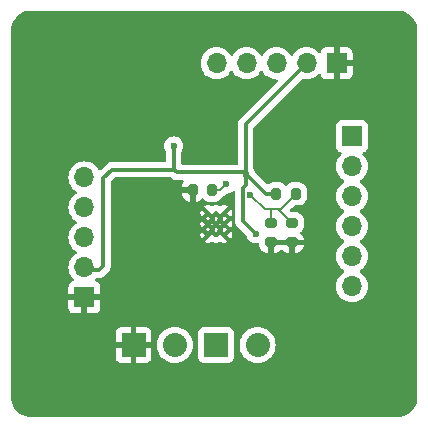
<source format=gbr>
%TF.GenerationSoftware,KiCad,Pcbnew,8.0.6-8.0.6-0~ubuntu24.04.1*%
%TF.CreationDate,2025-01-16T22:58:47-08:00*%
%TF.ProjectId,reaction_wheel,72656163-7469-46f6-9e5f-776865656c2e,v1a*%
%TF.SameCoordinates,Original*%
%TF.FileFunction,Copper,L2,Bot*%
%TF.FilePolarity,Positive*%
%FSLAX46Y46*%
G04 Gerber Fmt 4.6, Leading zero omitted, Abs format (unit mm)*
G04 Created by KiCad (PCBNEW 8.0.6-8.0.6-0~ubuntu24.04.1) date 2025-01-16 22:58:47*
%MOMM*%
%LPD*%
G01*
G04 APERTURE LIST*
G04 Aperture macros list*
%AMRoundRect*
0 Rectangle with rounded corners*
0 $1 Rounding radius*
0 $2 $3 $4 $5 $6 $7 $8 $9 X,Y pos of 4 corners*
0 Add a 4 corners polygon primitive as box body*
4,1,4,$2,$3,$4,$5,$6,$7,$8,$9,$2,$3,0*
0 Add four circle primitives for the rounded corners*
1,1,$1+$1,$2,$3*
1,1,$1+$1,$4,$5*
1,1,$1+$1,$6,$7*
1,1,$1+$1,$8,$9*
0 Add four rect primitives between the rounded corners*
20,1,$1+$1,$2,$3,$4,$5,0*
20,1,$1+$1,$4,$5,$6,$7,0*
20,1,$1+$1,$6,$7,$8,$9,0*
20,1,$1+$1,$8,$9,$2,$3,0*%
G04 Aperture macros list end*
%TA.AperFunction,ComponentPad*%
%ADD10R,1.700000X1.700000*%
%TD*%
%TA.AperFunction,ComponentPad*%
%ADD11O,1.700000X1.700000*%
%TD*%
%TA.AperFunction,HeatsinkPad*%
%ADD12C,0.337500*%
%TD*%
%TA.AperFunction,ComponentPad*%
%ADD13R,2.032000X2.032000*%
%TD*%
%TA.AperFunction,ComponentPad*%
%ADD14C,2.032000*%
%TD*%
%TA.AperFunction,SMDPad,CuDef*%
%ADD15RoundRect,0.200000X0.275000X-0.200000X0.275000X0.200000X-0.275000X0.200000X-0.275000X-0.200000X0*%
%TD*%
%TA.AperFunction,SMDPad,CuDef*%
%ADD16RoundRect,0.200000X0.200000X0.275000X-0.200000X0.275000X-0.200000X-0.275000X0.200000X-0.275000X0*%
%TD*%
%TA.AperFunction,ViaPad*%
%ADD17C,0.600000*%
%TD*%
%TA.AperFunction,Conductor*%
%ADD18C,0.300000*%
%TD*%
%TA.AperFunction,Conductor*%
%ADD19C,0.200000*%
%TD*%
%TA.AperFunction,Conductor*%
%ADD20C,0.160000*%
%TD*%
G04 APERTURE END LIST*
D10*
%TO.P,J1,1,Pin_1*%
%TO.N,/PWM_L_C*%
X149162500Y-70942500D03*
D11*
%TO.P,J1,2,Pin_2*%
%TO.N,/PWM_H_C*%
X149162500Y-73482500D03*
%TO.P,J1,3,Pin_3*%
%TO.N,/PWM_L_B*%
X149162500Y-76022500D03*
%TO.P,J1,4,Pin_4*%
%TO.N,/PWM_H_B*%
X149162500Y-78562500D03*
%TO.P,J1,5,Pin_5*%
%TO.N,/PWM_L_A*%
X149162500Y-81102500D03*
%TO.P,J1,6,Pin_6*%
%TO.N,/PWM_H_A*%
X149162500Y-83642500D03*
%TD*%
D12*
%TO.P,U1,37,EPAD*%
%TO.N,GND*%
X136987500Y-77437500D03*
X136987500Y-78362500D03*
X136987500Y-79287500D03*
X137662500Y-77437500D03*
X137662500Y-78362500D03*
X137662500Y-79287500D03*
X138337500Y-77437500D03*
X138337500Y-78362500D03*
X138337500Y-79287500D03*
%TD*%
D10*
%TO.P,J4,1,Pin_1*%
%TO.N,GND*%
X126500000Y-84580000D03*
D11*
%TO.P,J4,2,Pin_2*%
%TO.N,+3.3V*%
X126500000Y-82040000D03*
%TO.P,J4,3,Pin_3*%
%TO.N,+12V*%
X126500000Y-79500000D03*
%TO.P,J4,4,Pin_4*%
%TO.N,/sleep*%
X126500000Y-76960000D03*
%TO.P,J4,5,Pin_5*%
%TO.N,/fault*%
X126500000Y-74420000D03*
%TD*%
D10*
%TO.P,J2,1,Pin_1*%
%TO.N,GND*%
X147852500Y-64762500D03*
D11*
%TO.P,J2,2,Pin_2*%
%TO.N,+3.3V*%
X145312500Y-64762500D03*
%TO.P,J2,3,Pin_3*%
%TO.N,/ADC_C*%
X142772500Y-64762500D03*
%TO.P,J2,4,Pin_4*%
%TO.N,/ADC_B*%
X140232500Y-64762500D03*
%TO.P,J2,5,Pin_5*%
%TO.N,/ADC_A*%
X137692500Y-64762500D03*
%TD*%
D13*
%TO.P,J3,1,Pin_1*%
%TO.N,/OUT_B*%
X137662500Y-88612500D03*
D14*
%TO.P,J3,2,Pin_2*%
%TO.N,/OUT_C*%
X141162500Y-88612500D03*
%TD*%
D13*
%TO.P,J5,1,Pin_1*%
%TO.N,GND*%
X130662500Y-88612500D03*
D14*
%TO.P,J5,2,Pin_2*%
%TO.N,/OUT_A*%
X134162500Y-88612500D03*
%TD*%
D15*
%TO.P,R8,1*%
%TO.N,GND*%
X144087500Y-79937500D03*
%TO.P,R8,2*%
%TO.N,Net-(U1-GAIN)*%
X144087500Y-78287500D03*
%TD*%
%TO.P,R7,1*%
%TO.N,GND*%
X142287500Y-79937500D03*
%TO.P,R7,2*%
%TO.N,Net-(U1-GAIN)*%
X142287500Y-78287500D03*
%TD*%
D16*
%TO.P,R3,1*%
%TO.N,Net-(U1-GAIN)*%
X144412500Y-75812500D03*
%TO.P,R3,2*%
%TO.N,+3.3V*%
X142762500Y-75812500D03*
%TD*%
%TO.P,R6,1*%
%TO.N,Net-(U1-MODE)*%
X137325000Y-75500000D03*
%TO.P,R6,2*%
%TO.N,GND*%
X135675000Y-75500000D03*
%TD*%
D17*
%TO.N,GND*%
X136700000Y-73000000D03*
X133825000Y-81125000D03*
X134100000Y-67700000D03*
X135675000Y-83975000D03*
X131312500Y-75862500D03*
X141325000Y-82875000D03*
X132500000Y-69000000D03*
X143200000Y-81250000D03*
X147762500Y-66462500D03*
X129962500Y-75862500D03*
X145200000Y-72125000D03*
X137950000Y-71750000D03*
X144162500Y-74562500D03*
X138325000Y-83125000D03*
X129962500Y-82862500D03*
X131662500Y-82862500D03*
X136662501Y-82262500D03*
X149762500Y-64812500D03*
X141065000Y-72135000D03*
%TO.N,+3.3V*%
X141012500Y-79212500D03*
X140162500Y-74122500D03*
X134062500Y-71762500D03*
%TO.N,Net-(U1-GAIN)*%
X140562500Y-75911400D03*
%TO.N,Net-(U1-MODE)*%
X138500000Y-75000000D03*
%TD*%
D18*
%TO.N,+3.3V*%
X127812500Y-82212500D02*
X128075000Y-81950000D01*
X128075000Y-81950000D02*
X128075000Y-74500000D01*
X139912500Y-75337500D02*
X139912500Y-78112500D01*
X139912500Y-78112500D02*
X141012500Y-79212500D01*
X141852500Y-75812500D02*
X142762500Y-75812500D01*
X128075000Y-74500000D02*
X128812500Y-73762500D01*
X140162500Y-74122500D02*
X140162500Y-69912500D01*
X140162500Y-69912500D02*
X145312500Y-64762500D01*
X140162500Y-74122500D02*
X141852500Y-75812500D01*
X134300000Y-74000000D02*
X134062500Y-73762500D01*
X134062500Y-71762500D02*
X134062500Y-73762500D01*
X140162500Y-75087500D02*
X139912500Y-75337500D01*
X140162500Y-74122500D02*
X140040000Y-74000000D01*
X140162500Y-74122500D02*
X140162500Y-75087500D01*
X127742500Y-82282500D02*
X126662500Y-82282500D01*
X128812500Y-73762500D02*
X134062500Y-73762500D01*
D19*
X127742500Y-82282500D02*
X127812500Y-82212500D01*
D18*
X140040000Y-74000000D02*
X134300000Y-74000000D01*
D19*
%TO.N,Net-(U1-GAIN)*%
X144412500Y-75812500D02*
X143112500Y-77112500D01*
X142287500Y-77112500D02*
X142912500Y-77112500D01*
X141763600Y-77112500D02*
X140562500Y-75911400D01*
X143112500Y-77112500D02*
X142912500Y-77112500D01*
X142287500Y-77112500D02*
X141763600Y-77112500D01*
X142287500Y-77112500D02*
X142287500Y-78287500D01*
X142912500Y-77112500D02*
X144087500Y-78287500D01*
D20*
%TO.N,Net-(U1-MODE)*%
X137325000Y-75500000D02*
X138000000Y-75500000D01*
X138000000Y-75500000D02*
X138500000Y-75000000D01*
%TD*%
%TA.AperFunction,Conductor*%
%TO.N,GND*%
G36*
X153004418Y-60300816D02*
G01*
X153233020Y-60317165D01*
X153250529Y-60319683D01*
X153470144Y-60367458D01*
X153487103Y-60372437D01*
X153697694Y-60450983D01*
X153713777Y-60458327D01*
X153911036Y-60566040D01*
X153925919Y-60575605D01*
X154105836Y-60710289D01*
X154119207Y-60721875D01*
X154278124Y-60880792D01*
X154289710Y-60894163D01*
X154424394Y-61074080D01*
X154433959Y-61088963D01*
X154541669Y-61286217D01*
X154549019Y-61302311D01*
X154627559Y-61512887D01*
X154632543Y-61529862D01*
X154680316Y-61749470D01*
X154682834Y-61766982D01*
X154699184Y-61995581D01*
X154699500Y-62004427D01*
X154699500Y-92995572D01*
X154699184Y-93004418D01*
X154682834Y-93233017D01*
X154680316Y-93250529D01*
X154632543Y-93470137D01*
X154627559Y-93487112D01*
X154549019Y-93697688D01*
X154541669Y-93713782D01*
X154433959Y-93911036D01*
X154424394Y-93925919D01*
X154289710Y-94105836D01*
X154278124Y-94119207D01*
X154119207Y-94278124D01*
X154105836Y-94289710D01*
X153925919Y-94424394D01*
X153911036Y-94433959D01*
X153713782Y-94541669D01*
X153697688Y-94549019D01*
X153487112Y-94627559D01*
X153470137Y-94632543D01*
X153250529Y-94680316D01*
X153233017Y-94682834D01*
X153004418Y-94699184D01*
X152995572Y-94699500D01*
X122004428Y-94699500D01*
X121995582Y-94699184D01*
X121766982Y-94682834D01*
X121749470Y-94680316D01*
X121529862Y-94632543D01*
X121512887Y-94627559D01*
X121302311Y-94549019D01*
X121286217Y-94541669D01*
X121088963Y-94433959D01*
X121074080Y-94424394D01*
X120894163Y-94289710D01*
X120880792Y-94278124D01*
X120721875Y-94119207D01*
X120710289Y-94105836D01*
X120575605Y-93925919D01*
X120566040Y-93911036D01*
X120458330Y-93713782D01*
X120450983Y-93697694D01*
X120372437Y-93487103D01*
X120367458Y-93470144D01*
X120319683Y-93250529D01*
X120317165Y-93233017D01*
X120300816Y-93004418D01*
X120300500Y-92995572D01*
X120300500Y-87548655D01*
X129146500Y-87548655D01*
X129146500Y-88362500D01*
X130114018Y-88362500D01*
X130103389Y-88380909D01*
X130062500Y-88533509D01*
X130062500Y-88691491D01*
X130103389Y-88844091D01*
X130114018Y-88862500D01*
X129146500Y-88862500D01*
X129146500Y-89676344D01*
X129152901Y-89735872D01*
X129152903Y-89735879D01*
X129203145Y-89870586D01*
X129203149Y-89870593D01*
X129289309Y-89985687D01*
X129289312Y-89985690D01*
X129404406Y-90071850D01*
X129404413Y-90071854D01*
X129539120Y-90122096D01*
X129539127Y-90122098D01*
X129598655Y-90128499D01*
X129598672Y-90128500D01*
X130412500Y-90128500D01*
X130412500Y-89160982D01*
X130430909Y-89171611D01*
X130583509Y-89212500D01*
X130741491Y-89212500D01*
X130894091Y-89171611D01*
X130912500Y-89160982D01*
X130912500Y-90128500D01*
X131726328Y-90128500D01*
X131726344Y-90128499D01*
X131785872Y-90122098D01*
X131785879Y-90122096D01*
X131920586Y-90071854D01*
X131920593Y-90071850D01*
X132035687Y-89985690D01*
X132035690Y-89985687D01*
X132121850Y-89870593D01*
X132121854Y-89870586D01*
X132172096Y-89735879D01*
X132172098Y-89735872D01*
X132178499Y-89676344D01*
X132178500Y-89676327D01*
X132178500Y-88862500D01*
X131210982Y-88862500D01*
X131221611Y-88844091D01*
X131262500Y-88691491D01*
X131262500Y-88612500D01*
X132641311Y-88612500D01*
X132660038Y-88850463D01*
X132715761Y-89082568D01*
X132807108Y-89303100D01*
X132807110Y-89303104D01*
X132807111Y-89303105D01*
X132931832Y-89506632D01*
X133086857Y-89688143D01*
X133268368Y-89843168D01*
X133471895Y-89967889D01*
X133471897Y-89967889D01*
X133471899Y-89967891D01*
X133515732Y-89986047D01*
X133692427Y-90059237D01*
X133924534Y-90114961D01*
X134162500Y-90133689D01*
X134400466Y-90114961D01*
X134632573Y-90059237D01*
X134853105Y-89967889D01*
X135056632Y-89843168D01*
X135238143Y-89688143D01*
X135393168Y-89506632D01*
X135517889Y-89303105D01*
X135609237Y-89082573D01*
X135664961Y-88850466D01*
X135683689Y-88612500D01*
X135664961Y-88374534D01*
X135609237Y-88142427D01*
X135517889Y-87921895D01*
X135393168Y-87718368D01*
X135248202Y-87548635D01*
X136146000Y-87548635D01*
X136146000Y-89676370D01*
X136146001Y-89676376D01*
X136152408Y-89735983D01*
X136202702Y-89870828D01*
X136202706Y-89870835D01*
X136288952Y-89986044D01*
X136288955Y-89986047D01*
X136404164Y-90072293D01*
X136404171Y-90072297D01*
X136539017Y-90122591D01*
X136539016Y-90122591D01*
X136545944Y-90123335D01*
X136598627Y-90129000D01*
X138726372Y-90128999D01*
X138785983Y-90122591D01*
X138920831Y-90072296D01*
X139036046Y-89986046D01*
X139122296Y-89870831D01*
X139172591Y-89735983D01*
X139179000Y-89676373D01*
X139178999Y-88612500D01*
X139641311Y-88612500D01*
X139660038Y-88850463D01*
X139715761Y-89082568D01*
X139807108Y-89303100D01*
X139807110Y-89303104D01*
X139807111Y-89303105D01*
X139931832Y-89506632D01*
X140086857Y-89688143D01*
X140268368Y-89843168D01*
X140471895Y-89967889D01*
X140471897Y-89967889D01*
X140471899Y-89967891D01*
X140515732Y-89986047D01*
X140692427Y-90059237D01*
X140924534Y-90114961D01*
X141162500Y-90133689D01*
X141400466Y-90114961D01*
X141632573Y-90059237D01*
X141853105Y-89967889D01*
X142056632Y-89843168D01*
X142238143Y-89688143D01*
X142393168Y-89506632D01*
X142517889Y-89303105D01*
X142609237Y-89082573D01*
X142664961Y-88850466D01*
X142683689Y-88612500D01*
X142664961Y-88374534D01*
X142609237Y-88142427D01*
X142517889Y-87921895D01*
X142393168Y-87718368D01*
X142238143Y-87536857D01*
X142056632Y-87381832D01*
X141853105Y-87257111D01*
X141853104Y-87257110D01*
X141853100Y-87257108D01*
X141632568Y-87165761D01*
X141400462Y-87110038D01*
X141400463Y-87110038D01*
X141162500Y-87091311D01*
X140924536Y-87110038D01*
X140692431Y-87165761D01*
X140471899Y-87257108D01*
X140268367Y-87381832D01*
X140086857Y-87536857D01*
X139931832Y-87718367D01*
X139807108Y-87921899D01*
X139715761Y-88142431D01*
X139660038Y-88374536D01*
X139641311Y-88612500D01*
X139178999Y-88612500D01*
X139178999Y-87548628D01*
X139172591Y-87489017D01*
X139122384Y-87354406D01*
X139122297Y-87354171D01*
X139122293Y-87354164D01*
X139036047Y-87238955D01*
X139036044Y-87238952D01*
X138920835Y-87152706D01*
X138920828Y-87152702D01*
X138785982Y-87102408D01*
X138785983Y-87102408D01*
X138726383Y-87096001D01*
X138726381Y-87096000D01*
X138726373Y-87096000D01*
X138726364Y-87096000D01*
X136598629Y-87096000D01*
X136598623Y-87096001D01*
X136539016Y-87102408D01*
X136404171Y-87152702D01*
X136404164Y-87152706D01*
X136288955Y-87238952D01*
X136288952Y-87238955D01*
X136202706Y-87354164D01*
X136202702Y-87354171D01*
X136152408Y-87489017D01*
X136147265Y-87536857D01*
X136146001Y-87548623D01*
X136146000Y-87548635D01*
X135248202Y-87548635D01*
X135238143Y-87536857D01*
X135056632Y-87381832D01*
X134853105Y-87257111D01*
X134853104Y-87257110D01*
X134853100Y-87257108D01*
X134632568Y-87165761D01*
X134400462Y-87110038D01*
X134400463Y-87110038D01*
X134162500Y-87091311D01*
X133924536Y-87110038D01*
X133692431Y-87165761D01*
X133471899Y-87257108D01*
X133268367Y-87381832D01*
X133086857Y-87536857D01*
X132931832Y-87718367D01*
X132807108Y-87921899D01*
X132715761Y-88142431D01*
X132660038Y-88374536D01*
X132641311Y-88612500D01*
X131262500Y-88612500D01*
X131262500Y-88533509D01*
X131221611Y-88380909D01*
X131210982Y-88362500D01*
X132178500Y-88362500D01*
X132178500Y-87548672D01*
X132178499Y-87548655D01*
X132172098Y-87489127D01*
X132172096Y-87489120D01*
X132121854Y-87354413D01*
X132121850Y-87354406D01*
X132035690Y-87239312D01*
X132035687Y-87239309D01*
X131920593Y-87153149D01*
X131920586Y-87153145D01*
X131785879Y-87102903D01*
X131785872Y-87102901D01*
X131726344Y-87096500D01*
X130912500Y-87096500D01*
X130912500Y-88064017D01*
X130894091Y-88053389D01*
X130741491Y-88012500D01*
X130583509Y-88012500D01*
X130430909Y-88053389D01*
X130412500Y-88064017D01*
X130412500Y-87096500D01*
X129598655Y-87096500D01*
X129539127Y-87102901D01*
X129539120Y-87102903D01*
X129404413Y-87153145D01*
X129404406Y-87153149D01*
X129289312Y-87239309D01*
X129289309Y-87239312D01*
X129203149Y-87354406D01*
X129203145Y-87354413D01*
X129152903Y-87489120D01*
X129152901Y-87489127D01*
X129146500Y-87548655D01*
X120300500Y-87548655D01*
X120300500Y-74419999D01*
X125144341Y-74419999D01*
X125144341Y-74420000D01*
X125164936Y-74655403D01*
X125164938Y-74655413D01*
X125226094Y-74883655D01*
X125226096Y-74883659D01*
X125226097Y-74883663D01*
X125272888Y-74984006D01*
X125325965Y-75097830D01*
X125325967Y-75097834D01*
X125461501Y-75291395D01*
X125461506Y-75291402D01*
X125628597Y-75458493D01*
X125628603Y-75458498D01*
X125814158Y-75588425D01*
X125857783Y-75643002D01*
X125864977Y-75712500D01*
X125833454Y-75774855D01*
X125814158Y-75791575D01*
X125628597Y-75921505D01*
X125461505Y-76088597D01*
X125325965Y-76282169D01*
X125325964Y-76282171D01*
X125226098Y-76496335D01*
X125226094Y-76496344D01*
X125164938Y-76724586D01*
X125164936Y-76724596D01*
X125144341Y-76959999D01*
X125144341Y-76960000D01*
X125164936Y-77195403D01*
X125164938Y-77195413D01*
X125226094Y-77423655D01*
X125226096Y-77423659D01*
X125226097Y-77423663D01*
X125301514Y-77585395D01*
X125325965Y-77637830D01*
X125325967Y-77637834D01*
X125423455Y-77777060D01*
X125451110Y-77816556D01*
X125461501Y-77831395D01*
X125461506Y-77831402D01*
X125628597Y-77998493D01*
X125628603Y-77998498D01*
X125814158Y-78128425D01*
X125857783Y-78183002D01*
X125864977Y-78252500D01*
X125833454Y-78314855D01*
X125814158Y-78331575D01*
X125628597Y-78461505D01*
X125461505Y-78628597D01*
X125325965Y-78822169D01*
X125325964Y-78822171D01*
X125226098Y-79036335D01*
X125226094Y-79036344D01*
X125164938Y-79264586D01*
X125164936Y-79264596D01*
X125144341Y-79499999D01*
X125144341Y-79500000D01*
X125164936Y-79735403D01*
X125164938Y-79735413D01*
X125226094Y-79963655D01*
X125226096Y-79963659D01*
X125226097Y-79963663D01*
X125272888Y-80064006D01*
X125325965Y-80177830D01*
X125325967Y-80177834D01*
X125461501Y-80371395D01*
X125461506Y-80371402D01*
X125628597Y-80538493D01*
X125628603Y-80538498D01*
X125814158Y-80668425D01*
X125857783Y-80723002D01*
X125864977Y-80792500D01*
X125833454Y-80854855D01*
X125814158Y-80871575D01*
X125628597Y-81001505D01*
X125461505Y-81168597D01*
X125325965Y-81362169D01*
X125325964Y-81362171D01*
X125226098Y-81576335D01*
X125226094Y-81576344D01*
X125164938Y-81804586D01*
X125164936Y-81804596D01*
X125144341Y-82039999D01*
X125144341Y-82040000D01*
X125164936Y-82275403D01*
X125164938Y-82275413D01*
X125226094Y-82503655D01*
X125226096Y-82503659D01*
X125226097Y-82503663D01*
X125272888Y-82604006D01*
X125325965Y-82717830D01*
X125325967Y-82717834D01*
X125461501Y-82911395D01*
X125461506Y-82911402D01*
X125583818Y-83033714D01*
X125617303Y-83095037D01*
X125612319Y-83164729D01*
X125570447Y-83220662D01*
X125539471Y-83237577D01*
X125407912Y-83286646D01*
X125407906Y-83286649D01*
X125292812Y-83372809D01*
X125292809Y-83372812D01*
X125206649Y-83487906D01*
X125206645Y-83487913D01*
X125156403Y-83622620D01*
X125156401Y-83622627D01*
X125150000Y-83682155D01*
X125150000Y-84330000D01*
X126066988Y-84330000D01*
X126034075Y-84387007D01*
X126000000Y-84514174D01*
X126000000Y-84645826D01*
X126034075Y-84772993D01*
X126066988Y-84830000D01*
X125150000Y-84830000D01*
X125150000Y-85477844D01*
X125156401Y-85537372D01*
X125156403Y-85537379D01*
X125206645Y-85672086D01*
X125206649Y-85672093D01*
X125292809Y-85787187D01*
X125292812Y-85787190D01*
X125407906Y-85873350D01*
X125407913Y-85873354D01*
X125542620Y-85923596D01*
X125542627Y-85923598D01*
X125602155Y-85929999D01*
X125602172Y-85930000D01*
X126250000Y-85930000D01*
X126250000Y-85013012D01*
X126307007Y-85045925D01*
X126434174Y-85080000D01*
X126565826Y-85080000D01*
X126692993Y-85045925D01*
X126750000Y-85013012D01*
X126750000Y-85930000D01*
X127397828Y-85930000D01*
X127397844Y-85929999D01*
X127457372Y-85923598D01*
X127457379Y-85923596D01*
X127592086Y-85873354D01*
X127592093Y-85873350D01*
X127707187Y-85787190D01*
X127707190Y-85787187D01*
X127793350Y-85672093D01*
X127793354Y-85672086D01*
X127843596Y-85537379D01*
X127843598Y-85537372D01*
X127849999Y-85477844D01*
X127850000Y-85477827D01*
X127850000Y-84830000D01*
X126933012Y-84830000D01*
X126965925Y-84772993D01*
X127000000Y-84645826D01*
X127000000Y-84514174D01*
X126965925Y-84387007D01*
X126933012Y-84330000D01*
X127850000Y-84330000D01*
X127850000Y-83682172D01*
X127849999Y-83682155D01*
X127843598Y-83622627D01*
X127843596Y-83622620D01*
X127793354Y-83487913D01*
X127793350Y-83487906D01*
X127707190Y-83372812D01*
X127707187Y-83372809D01*
X127592093Y-83286649D01*
X127592088Y-83286646D01*
X127460528Y-83237577D01*
X127404595Y-83195705D01*
X127380178Y-83130241D01*
X127395030Y-83061968D01*
X127416175Y-83033720D01*
X127480579Y-82969316D01*
X127541901Y-82935834D01*
X127568258Y-82933000D01*
X127806571Y-82933000D01*
X127915146Y-82911402D01*
X127932244Y-82908001D01*
X128050627Y-82858965D01*
X128157169Y-82787776D01*
X128220101Y-82724842D01*
X128220106Y-82724839D01*
X128227167Y-82717777D01*
X128227169Y-82717777D01*
X128580277Y-82364669D01*
X128651465Y-82258127D01*
X128700501Y-82139744D01*
X128707810Y-82103000D01*
X128725500Y-82014069D01*
X128725500Y-79864945D01*
X136648701Y-79864945D01*
X136748617Y-79917385D01*
X136906299Y-79956250D01*
X137068701Y-79956250D01*
X137226381Y-79917385D01*
X137267373Y-79895871D01*
X137335881Y-79882145D01*
X137382627Y-79895871D01*
X137423618Y-79917385D01*
X137581299Y-79956250D01*
X137743701Y-79956250D01*
X137901381Y-79917385D01*
X137942373Y-79895871D01*
X138010881Y-79882145D01*
X138057627Y-79895871D01*
X138098618Y-79917385D01*
X138256299Y-79956250D01*
X138418701Y-79956250D01*
X138576385Y-79917384D01*
X138676297Y-79864946D01*
X138676297Y-79864945D01*
X138337500Y-79526149D01*
X138082068Y-79270717D01*
X138253125Y-79270717D01*
X138253125Y-79304283D01*
X138265970Y-79335295D01*
X138289705Y-79359030D01*
X138320717Y-79371875D01*
X138354283Y-79371875D01*
X138385295Y-79359030D01*
X138409030Y-79335295D01*
X138421875Y-79304283D01*
X138421875Y-79287499D01*
X138576149Y-79287499D01*
X138576149Y-79287501D01*
X138915708Y-79627060D01*
X138933999Y-79600563D01*
X138991586Y-79448718D01*
X139011161Y-79287500D01*
X138991587Y-79126282D01*
X138933997Y-78974432D01*
X138915709Y-78947939D01*
X138576149Y-79287499D01*
X138421875Y-79287499D01*
X138421875Y-79270717D01*
X138409030Y-79239705D01*
X138385295Y-79215970D01*
X138354283Y-79203125D01*
X138320717Y-79203125D01*
X138289705Y-79215970D01*
X138265970Y-79239705D01*
X138253125Y-79270717D01*
X138082068Y-79270717D01*
X138000000Y-79188649D01*
X137750181Y-79438468D01*
X137688858Y-79471953D01*
X137619166Y-79466969D01*
X137574819Y-79438468D01*
X137407068Y-79270717D01*
X137578125Y-79270717D01*
X137578125Y-79304283D01*
X137590970Y-79335295D01*
X137614705Y-79359030D01*
X137645717Y-79371875D01*
X137679283Y-79371875D01*
X137710295Y-79359030D01*
X137734030Y-79335295D01*
X137746875Y-79304283D01*
X137746875Y-79270717D01*
X137734030Y-79239705D01*
X137710295Y-79215970D01*
X137679283Y-79203125D01*
X137645717Y-79203125D01*
X137614705Y-79215970D01*
X137590970Y-79239705D01*
X137578125Y-79270717D01*
X137407068Y-79270717D01*
X137325000Y-79188649D01*
X136987500Y-79526149D01*
X136648701Y-79864945D01*
X128725500Y-79864945D01*
X128725500Y-79287500D01*
X136313838Y-79287500D01*
X136333412Y-79448717D01*
X136391002Y-79600565D01*
X136391003Y-79600567D01*
X136409290Y-79627060D01*
X136748851Y-79287500D01*
X136732068Y-79270717D01*
X136903125Y-79270717D01*
X136903125Y-79304283D01*
X136915970Y-79335295D01*
X136939705Y-79359030D01*
X136970717Y-79371875D01*
X137004283Y-79371875D01*
X137035295Y-79359030D01*
X137059030Y-79335295D01*
X137071875Y-79304283D01*
X137071875Y-79270717D01*
X137059030Y-79239705D01*
X137035295Y-79215970D01*
X137004283Y-79203125D01*
X136970717Y-79203125D01*
X136939705Y-79215970D01*
X136915970Y-79239705D01*
X136903125Y-79270717D01*
X136732068Y-79270717D01*
X136409289Y-78947938D01*
X136391003Y-78974431D01*
X136333412Y-79126282D01*
X136313838Y-79287500D01*
X128725500Y-79287500D01*
X128725500Y-78825000D01*
X136763649Y-78825000D01*
X136987500Y-79048851D01*
X137086351Y-78950000D01*
X137086351Y-78908444D01*
X137106036Y-78841405D01*
X137118433Y-78826020D01*
X137118433Y-78823978D01*
X137531566Y-78823978D01*
X137531566Y-78828521D01*
X137560815Y-78882085D01*
X137563649Y-78908445D01*
X137563649Y-78950000D01*
X137662500Y-79048851D01*
X137761351Y-78950000D01*
X137761351Y-78908444D01*
X137781036Y-78841405D01*
X137793433Y-78826020D01*
X137793433Y-78823978D01*
X138206566Y-78823978D01*
X138206566Y-78828521D01*
X138235815Y-78882085D01*
X138238649Y-78908445D01*
X138238649Y-78950000D01*
X138337500Y-79048851D01*
X138561351Y-78825000D01*
X138337500Y-78601149D01*
X138238649Y-78700000D01*
X138238649Y-78741554D01*
X138218964Y-78808593D01*
X138206566Y-78823978D01*
X137793433Y-78823978D01*
X137793433Y-78821477D01*
X137764185Y-78767914D01*
X137761351Y-78741556D01*
X137761351Y-78700000D01*
X137662500Y-78601149D01*
X137563649Y-78700000D01*
X137563649Y-78741554D01*
X137543964Y-78808593D01*
X137531566Y-78823978D01*
X137118433Y-78823978D01*
X137118433Y-78821477D01*
X137089185Y-78767914D01*
X137086351Y-78741556D01*
X137086351Y-78700000D01*
X136987500Y-78601149D01*
X136763649Y-78825000D01*
X128725500Y-78825000D01*
X128725500Y-78362500D01*
X136313838Y-78362500D01*
X136333412Y-78523717D01*
X136391002Y-78675565D01*
X136391003Y-78675567D01*
X136409290Y-78702060D01*
X136748851Y-78362500D01*
X136732068Y-78345717D01*
X136903125Y-78345717D01*
X136903125Y-78379283D01*
X136915970Y-78410295D01*
X136939705Y-78434030D01*
X136970717Y-78446875D01*
X137004283Y-78446875D01*
X137035295Y-78434030D01*
X137059030Y-78410295D01*
X137071875Y-78379283D01*
X137071875Y-78362500D01*
X137226149Y-78362500D01*
X137325000Y-78461351D01*
X137423851Y-78362500D01*
X137407068Y-78345717D01*
X137578125Y-78345717D01*
X137578125Y-78379283D01*
X137590970Y-78410295D01*
X137614705Y-78434030D01*
X137645717Y-78446875D01*
X137679283Y-78446875D01*
X137710295Y-78434030D01*
X137734030Y-78410295D01*
X137746875Y-78379283D01*
X137746875Y-78362500D01*
X137901149Y-78362500D01*
X138000000Y-78461351D01*
X138098851Y-78362500D01*
X138082068Y-78345717D01*
X138253125Y-78345717D01*
X138253125Y-78379283D01*
X138265970Y-78410295D01*
X138289705Y-78434030D01*
X138320717Y-78446875D01*
X138354283Y-78446875D01*
X138385295Y-78434030D01*
X138409030Y-78410295D01*
X138421875Y-78379283D01*
X138421875Y-78362499D01*
X138576149Y-78362499D01*
X138576149Y-78362501D01*
X138915708Y-78702060D01*
X138933999Y-78675563D01*
X138991586Y-78523718D01*
X139011161Y-78362500D01*
X138991587Y-78201282D01*
X138933997Y-78049432D01*
X138915709Y-78022939D01*
X138576149Y-78362499D01*
X138421875Y-78362499D01*
X138421875Y-78345717D01*
X138409030Y-78314705D01*
X138385295Y-78290970D01*
X138354283Y-78278125D01*
X138320717Y-78278125D01*
X138289705Y-78290970D01*
X138265970Y-78314705D01*
X138253125Y-78345717D01*
X138082068Y-78345717D01*
X138000000Y-78263649D01*
X137901149Y-78362500D01*
X137746875Y-78362500D01*
X137746875Y-78345717D01*
X137734030Y-78314705D01*
X137710295Y-78290970D01*
X137679283Y-78278125D01*
X137645717Y-78278125D01*
X137614705Y-78290970D01*
X137590970Y-78314705D01*
X137578125Y-78345717D01*
X137407068Y-78345717D01*
X137325000Y-78263649D01*
X137226149Y-78362500D01*
X137071875Y-78362500D01*
X137071875Y-78345717D01*
X137059030Y-78314705D01*
X137035295Y-78290970D01*
X137004283Y-78278125D01*
X136970717Y-78278125D01*
X136939705Y-78290970D01*
X136915970Y-78314705D01*
X136903125Y-78345717D01*
X136732068Y-78345717D01*
X136409289Y-78022938D01*
X136391003Y-78049431D01*
X136333412Y-78201282D01*
X136313838Y-78362500D01*
X128725500Y-78362500D01*
X128725500Y-77900000D01*
X136763649Y-77900000D01*
X136987500Y-78123851D01*
X137086351Y-78025000D01*
X137086351Y-77983444D01*
X137106036Y-77916405D01*
X137118433Y-77901020D01*
X137118433Y-77898978D01*
X137531566Y-77898978D01*
X137531566Y-77903521D01*
X137560815Y-77957085D01*
X137563649Y-77983445D01*
X137563649Y-78025000D01*
X137662500Y-78123851D01*
X137761351Y-78025000D01*
X137761351Y-77983444D01*
X137781036Y-77916405D01*
X137793433Y-77901020D01*
X137793433Y-77898978D01*
X138206566Y-77898978D01*
X138206566Y-77903521D01*
X138235815Y-77957085D01*
X138238649Y-77983445D01*
X138238649Y-78025000D01*
X138337500Y-78123851D01*
X138561351Y-77900000D01*
X138337500Y-77676149D01*
X138238649Y-77775000D01*
X138238649Y-77816554D01*
X138218964Y-77883593D01*
X138206566Y-77898978D01*
X137793433Y-77898978D01*
X137793433Y-77896477D01*
X137764185Y-77842914D01*
X137761351Y-77816556D01*
X137761351Y-77775000D01*
X137662500Y-77676149D01*
X137563649Y-77775000D01*
X137563649Y-77816554D01*
X137543964Y-77883593D01*
X137531566Y-77898978D01*
X137118433Y-77898978D01*
X137118433Y-77896477D01*
X137089185Y-77842914D01*
X137086351Y-77816556D01*
X137086351Y-77775000D01*
X136987500Y-77676149D01*
X136763649Y-77900000D01*
X128725500Y-77900000D01*
X128725500Y-77437500D01*
X136313838Y-77437500D01*
X136333412Y-77598717D01*
X136391002Y-77750565D01*
X136391003Y-77750567D01*
X136409290Y-77777060D01*
X136748851Y-77437500D01*
X136732068Y-77420717D01*
X136903125Y-77420717D01*
X136903125Y-77454283D01*
X136915970Y-77485295D01*
X136939705Y-77509030D01*
X136970717Y-77521875D01*
X137004283Y-77521875D01*
X137035295Y-77509030D01*
X137059030Y-77485295D01*
X137071875Y-77454283D01*
X137071875Y-77420717D01*
X137059030Y-77389705D01*
X137035295Y-77365970D01*
X137004283Y-77353125D01*
X136970717Y-77353125D01*
X136939705Y-77365970D01*
X136915970Y-77389705D01*
X136903125Y-77420717D01*
X136732068Y-77420717D01*
X136409289Y-77097938D01*
X136391003Y-77124431D01*
X136333412Y-77276282D01*
X136313838Y-77437500D01*
X128725500Y-77437500D01*
X128725500Y-76860053D01*
X136648702Y-76860053D01*
X137325000Y-77536351D01*
X137440634Y-77420717D01*
X137578125Y-77420717D01*
X137578125Y-77454283D01*
X137590970Y-77485295D01*
X137614705Y-77509030D01*
X137645717Y-77521875D01*
X137679283Y-77521875D01*
X137710295Y-77509030D01*
X137734030Y-77485295D01*
X137746875Y-77454283D01*
X137746875Y-77420717D01*
X137734030Y-77389705D01*
X137710295Y-77365970D01*
X137679283Y-77353125D01*
X137645717Y-77353125D01*
X137614705Y-77365970D01*
X137590970Y-77389705D01*
X137578125Y-77420717D01*
X137440634Y-77420717D01*
X137574819Y-77286532D01*
X137636142Y-77253047D01*
X137705834Y-77258031D01*
X137750181Y-77286532D01*
X138000000Y-77536351D01*
X138115634Y-77420717D01*
X138253125Y-77420717D01*
X138253125Y-77454283D01*
X138265970Y-77485295D01*
X138289705Y-77509030D01*
X138320717Y-77521875D01*
X138354283Y-77521875D01*
X138385295Y-77509030D01*
X138409030Y-77485295D01*
X138421875Y-77454283D01*
X138421875Y-77437499D01*
X138576149Y-77437499D01*
X138576149Y-77437501D01*
X138915708Y-77777060D01*
X138933999Y-77750563D01*
X138991586Y-77598718D01*
X139011161Y-77437500D01*
X138991587Y-77276282D01*
X138933997Y-77124432D01*
X138915709Y-77097939D01*
X138576149Y-77437499D01*
X138421875Y-77437499D01*
X138421875Y-77420717D01*
X138409030Y-77389705D01*
X138385295Y-77365970D01*
X138354283Y-77353125D01*
X138320717Y-77353125D01*
X138289705Y-77365970D01*
X138265970Y-77389705D01*
X138253125Y-77420717D01*
X138115634Y-77420717D01*
X138337500Y-77198851D01*
X138676297Y-76860053D01*
X138576382Y-76807614D01*
X138418701Y-76768750D01*
X138256299Y-76768750D01*
X138098618Y-76807614D01*
X138057624Y-76829129D01*
X137989115Y-76842852D01*
X137942376Y-76829129D01*
X137901381Y-76807614D01*
X137743701Y-76768750D01*
X137581299Y-76768750D01*
X137423618Y-76807614D01*
X137382624Y-76829129D01*
X137314115Y-76842852D01*
X137267376Y-76829129D01*
X137226381Y-76807614D01*
X137068701Y-76768750D01*
X136906299Y-76768750D01*
X136748615Y-76807615D01*
X136648702Y-76860053D01*
X128725500Y-76860053D01*
X128725500Y-75831582D01*
X134775001Y-75831582D01*
X134781408Y-75902102D01*
X134781409Y-75902107D01*
X134831981Y-76064396D01*
X134919927Y-76209877D01*
X135040122Y-76330072D01*
X135185604Y-76418019D01*
X135185603Y-76418019D01*
X135347894Y-76468590D01*
X135347893Y-76468590D01*
X135418408Y-76474998D01*
X135418426Y-76474999D01*
X135424999Y-76474998D01*
X135425000Y-76474998D01*
X135425000Y-75750000D01*
X134775001Y-75750000D01*
X134775001Y-75831582D01*
X128725500Y-75831582D01*
X128725500Y-74820808D01*
X128745185Y-74753769D01*
X128761819Y-74733127D01*
X129045627Y-74449319D01*
X129106950Y-74415834D01*
X129133308Y-74413000D01*
X133741692Y-74413000D01*
X133808731Y-74432685D01*
X133829368Y-74449314D01*
X133885331Y-74505277D01*
X133962786Y-74557030D01*
X133962787Y-74557031D01*
X133962786Y-74557031D01*
X133991871Y-74576464D01*
X133991872Y-74576464D01*
X133991873Y-74576465D01*
X134110256Y-74625501D01*
X134110260Y-74625501D01*
X134110261Y-74625502D01*
X134235928Y-74650500D01*
X134235931Y-74650500D01*
X134784475Y-74650500D01*
X134851514Y-74670185D01*
X134897269Y-74722989D01*
X134907213Y-74792147D01*
X134890592Y-74838650D01*
X134831980Y-74935604D01*
X134781409Y-75097893D01*
X134775000Y-75168427D01*
X134775000Y-75250000D01*
X135801000Y-75250000D01*
X135868039Y-75269685D01*
X135913794Y-75322489D01*
X135925000Y-75374000D01*
X135925000Y-76474999D01*
X135931581Y-76474999D01*
X136002102Y-76468591D01*
X136002107Y-76468590D01*
X136164396Y-76418018D01*
X136309877Y-76330072D01*
X136309878Y-76330071D01*
X136411963Y-76227985D01*
X136473286Y-76194499D01*
X136542977Y-76199483D01*
X136587326Y-76227984D01*
X136689811Y-76330469D01*
X136689813Y-76330470D01*
X136689815Y-76330472D01*
X136835394Y-76418478D01*
X136997804Y-76469086D01*
X137068384Y-76475500D01*
X137068387Y-76475500D01*
X137581613Y-76475500D01*
X137581616Y-76475500D01*
X137652196Y-76469086D01*
X137814606Y-76418478D01*
X137960185Y-76330472D01*
X138080472Y-76210185D01*
X138148988Y-76096846D01*
X138200513Y-76049660D01*
X138223021Y-76041219D01*
X138224065Y-76040940D01*
X138356435Y-75964516D01*
X138464516Y-75856435D01*
X138486657Y-75834294D01*
X138547979Y-75800807D01*
X138560457Y-75798753D01*
X138679250Y-75785369D01*
X138679253Y-75785368D01*
X138679255Y-75785368D01*
X138849522Y-75725789D01*
X139002262Y-75629816D01*
X139050319Y-75581759D01*
X139111642Y-75548274D01*
X139181334Y-75553258D01*
X139237267Y-75595130D01*
X139261684Y-75660594D01*
X139262000Y-75669440D01*
X139262000Y-78176571D01*
X139285569Y-78295055D01*
X139285569Y-78295058D01*
X139285570Y-78295058D01*
X139286999Y-78302245D01*
X139329763Y-78405486D01*
X139336035Y-78420627D01*
X139404917Y-78523718D01*
X139407226Y-78527173D01*
X139407227Y-78527174D01*
X140190777Y-79310723D01*
X140224262Y-79372046D01*
X140226315Y-79384512D01*
X140227130Y-79391746D01*
X140227132Y-79391755D01*
X140286710Y-79562021D01*
X140286711Y-79562022D01*
X140382684Y-79714762D01*
X140510238Y-79842316D01*
X140595470Y-79895871D01*
X140629709Y-79917385D01*
X140662978Y-79938289D01*
X140714308Y-79956250D01*
X140833245Y-79997868D01*
X140833250Y-79997869D01*
X141012496Y-80018065D01*
X141012500Y-80018065D01*
X141012503Y-80018065D01*
X141142484Y-80003419D01*
X141174616Y-79999799D01*
X141243438Y-80011853D01*
X141294818Y-80059202D01*
X141312500Y-80123017D01*
X141312500Y-80194082D01*
X141318908Y-80264602D01*
X141318909Y-80264607D01*
X141369481Y-80426896D01*
X141457427Y-80572377D01*
X141577622Y-80692572D01*
X141723104Y-80780519D01*
X141723103Y-80780519D01*
X141885394Y-80831090D01*
X141885392Y-80831090D01*
X141955918Y-80837499D01*
X142537500Y-80837499D01*
X142619081Y-80837499D01*
X142689602Y-80831091D01*
X142689607Y-80831090D01*
X142851896Y-80780518D01*
X142997377Y-80692572D01*
X142997378Y-80692571D01*
X143099819Y-80590131D01*
X143161142Y-80556646D01*
X143230834Y-80561630D01*
X143275181Y-80590131D01*
X143377622Y-80692572D01*
X143523104Y-80780519D01*
X143523103Y-80780519D01*
X143685394Y-80831090D01*
X143685392Y-80831090D01*
X143755918Y-80837499D01*
X144337500Y-80837499D01*
X144419081Y-80837499D01*
X144489602Y-80831091D01*
X144489607Y-80831090D01*
X144651896Y-80780518D01*
X144797377Y-80692572D01*
X144917572Y-80572377D01*
X145005519Y-80426895D01*
X145056090Y-80264606D01*
X145062500Y-80194072D01*
X145062500Y-80187500D01*
X144337500Y-80187500D01*
X144337500Y-80837499D01*
X143755918Y-80837499D01*
X143837499Y-80837498D01*
X143837500Y-80837498D01*
X143837500Y-80187500D01*
X142537500Y-80187500D01*
X142537500Y-80837499D01*
X141955918Y-80837499D01*
X142037499Y-80837498D01*
X142037500Y-80837498D01*
X142037500Y-79811500D01*
X142057185Y-79744461D01*
X142109989Y-79698706D01*
X142161500Y-79687500D01*
X145062499Y-79687500D01*
X145062499Y-79680917D01*
X145056091Y-79610397D01*
X145056090Y-79610392D01*
X145005518Y-79448103D01*
X144917572Y-79302622D01*
X144815484Y-79200534D01*
X144781999Y-79139211D01*
X144786983Y-79069519D01*
X144815483Y-79025173D01*
X144917972Y-78922685D01*
X145005978Y-78777106D01*
X145056586Y-78614696D01*
X145063000Y-78544116D01*
X145063000Y-78030884D01*
X145056586Y-77960304D01*
X145005978Y-77797894D01*
X144917972Y-77652315D01*
X144917970Y-77652313D01*
X144917969Y-77652311D01*
X144797688Y-77532030D01*
X144720379Y-77485295D01*
X144652106Y-77444022D01*
X144489696Y-77393414D01*
X144489694Y-77393413D01*
X144489692Y-77393413D01*
X144440278Y-77388923D01*
X144419116Y-77387000D01*
X144419113Y-77387000D01*
X144087597Y-77387000D01*
X144020558Y-77367315D01*
X143999916Y-77350681D01*
X143949416Y-77300181D01*
X143915931Y-77238858D01*
X143920915Y-77169166D01*
X143949416Y-77124819D01*
X144080778Y-76993458D01*
X144249917Y-76824319D01*
X144311240Y-76790834D01*
X144337598Y-76788000D01*
X144669113Y-76788000D01*
X144669116Y-76788000D01*
X144739696Y-76781586D01*
X144902106Y-76730978D01*
X145047685Y-76642972D01*
X145167972Y-76522685D01*
X145255978Y-76377106D01*
X145306586Y-76214696D01*
X145313000Y-76144116D01*
X145313000Y-75480884D01*
X145306586Y-75410304D01*
X145255978Y-75247894D01*
X145167972Y-75102315D01*
X145167970Y-75102313D01*
X145167969Y-75102311D01*
X145047688Y-74982030D01*
X144902106Y-74894022D01*
X144868836Y-74883655D01*
X144739696Y-74843414D01*
X144739694Y-74843413D01*
X144739692Y-74843413D01*
X144690278Y-74838923D01*
X144669116Y-74837000D01*
X144155884Y-74837000D01*
X144137727Y-74838650D01*
X144085307Y-74843413D01*
X143922893Y-74894022D01*
X143777311Y-74982030D01*
X143777310Y-74982031D01*
X143675181Y-75084161D01*
X143613858Y-75117646D01*
X143544166Y-75112662D01*
X143499819Y-75084161D01*
X143397688Y-74982030D01*
X143252106Y-74894022D01*
X143218836Y-74883655D01*
X143089696Y-74843414D01*
X143089694Y-74843413D01*
X143089692Y-74843413D01*
X143040278Y-74838923D01*
X143019116Y-74837000D01*
X142505884Y-74837000D01*
X142487727Y-74838650D01*
X142435307Y-74843413D01*
X142272893Y-74894022D01*
X142127314Y-74982028D01*
X142122321Y-74987021D01*
X142060996Y-75020503D01*
X141991305Y-75015516D01*
X141946963Y-74987017D01*
X140984222Y-74024276D01*
X140950737Y-73962953D01*
X140948682Y-73950473D01*
X140947868Y-73943245D01*
X140947866Y-73943241D01*
X140947866Y-73943237D01*
X140888290Y-73772981D01*
X140888289Y-73772978D01*
X140866508Y-73738314D01*
X140832006Y-73683403D01*
X140813000Y-73617431D01*
X140813000Y-73482499D01*
X147806841Y-73482499D01*
X147806841Y-73482500D01*
X147827436Y-73717903D01*
X147827438Y-73717913D01*
X147888594Y-73946155D01*
X147888596Y-73946159D01*
X147888597Y-73946163D01*
X147910715Y-73993595D01*
X147988465Y-74160330D01*
X147988467Y-74160334D01*
X148124001Y-74353895D01*
X148124006Y-74353902D01*
X148291097Y-74520993D01*
X148291103Y-74520998D01*
X148476658Y-74650925D01*
X148520283Y-74705502D01*
X148527477Y-74775000D01*
X148495954Y-74837355D01*
X148476658Y-74854075D01*
X148291097Y-74984005D01*
X148124005Y-75151097D01*
X147988465Y-75344669D01*
X147988464Y-75344671D01*
X147888598Y-75558835D01*
X147888594Y-75558844D01*
X147827438Y-75787086D01*
X147827436Y-75787096D01*
X147806841Y-76022499D01*
X147806841Y-76022500D01*
X147827436Y-76257903D01*
X147827438Y-76257913D01*
X147888594Y-76486155D01*
X147888596Y-76486159D01*
X147888597Y-76486163D01*
X147988465Y-76700330D01*
X147988467Y-76700334D01*
X148124001Y-76893895D01*
X148124006Y-76893902D01*
X148291097Y-77060993D01*
X148291103Y-77060998D01*
X148476658Y-77190925D01*
X148520283Y-77245502D01*
X148527477Y-77315000D01*
X148495954Y-77377355D01*
X148476658Y-77394075D01*
X148291097Y-77524005D01*
X148124005Y-77691097D01*
X147988465Y-77884669D01*
X147988464Y-77884671D01*
X147888598Y-78098835D01*
X147888594Y-78098844D01*
X147827438Y-78327086D01*
X147827436Y-78327096D01*
X147806841Y-78562499D01*
X147806841Y-78562500D01*
X147827436Y-78797903D01*
X147827438Y-78797913D01*
X147888594Y-79026155D01*
X147888596Y-79026159D01*
X147888597Y-79026163D01*
X147950422Y-79158746D01*
X147988465Y-79240330D01*
X147988467Y-79240334D01*
X148124001Y-79433895D01*
X148124006Y-79433902D01*
X148291097Y-79600993D01*
X148291103Y-79600998D01*
X148476658Y-79730925D01*
X148520283Y-79785502D01*
X148527477Y-79855000D01*
X148495954Y-79917355D01*
X148476658Y-79934075D01*
X148291097Y-80064005D01*
X148124005Y-80231097D01*
X147988465Y-80424669D01*
X147988464Y-80424671D01*
X147888598Y-80638835D01*
X147888594Y-80638844D01*
X147827438Y-80867086D01*
X147827436Y-80867096D01*
X147806841Y-81102499D01*
X147806841Y-81102500D01*
X147827436Y-81337903D01*
X147827438Y-81337913D01*
X147888594Y-81566155D01*
X147888596Y-81566159D01*
X147888597Y-81566163D01*
X147988465Y-81780330D01*
X147988467Y-81780334D01*
X148124001Y-81973895D01*
X148124006Y-81973902D01*
X148291097Y-82140993D01*
X148291103Y-82140998D01*
X148476658Y-82270925D01*
X148520283Y-82325502D01*
X148527477Y-82395000D01*
X148495954Y-82457355D01*
X148476658Y-82474075D01*
X148291097Y-82604005D01*
X148124005Y-82771097D01*
X147988465Y-82964669D01*
X147988464Y-82964671D01*
X147888598Y-83178835D01*
X147888594Y-83178844D01*
X147827438Y-83407086D01*
X147827436Y-83407096D01*
X147806841Y-83642499D01*
X147806841Y-83642500D01*
X147827436Y-83877903D01*
X147827438Y-83877913D01*
X147888594Y-84106155D01*
X147888596Y-84106159D01*
X147888597Y-84106163D01*
X147922982Y-84179901D01*
X147988465Y-84320330D01*
X147988467Y-84320334D01*
X148096781Y-84475021D01*
X148124005Y-84513901D01*
X148291099Y-84680995D01*
X148387884Y-84748765D01*
X148484665Y-84816532D01*
X148484667Y-84816533D01*
X148484670Y-84816535D01*
X148698837Y-84916403D01*
X148927092Y-84977563D01*
X149115418Y-84994039D01*
X149162499Y-84998159D01*
X149162500Y-84998159D01*
X149162501Y-84998159D01*
X149201734Y-84994726D01*
X149397908Y-84977563D01*
X149626163Y-84916403D01*
X149840330Y-84816535D01*
X150033901Y-84680995D01*
X150200995Y-84513901D01*
X150336535Y-84320330D01*
X150436403Y-84106163D01*
X150497563Y-83877908D01*
X150518159Y-83642500D01*
X150497563Y-83407092D01*
X150436403Y-83178837D01*
X150336535Y-82964671D01*
X150316344Y-82935834D01*
X150200994Y-82771097D01*
X150033902Y-82604006D01*
X150033896Y-82604001D01*
X149848342Y-82474075D01*
X149804717Y-82419498D01*
X149797523Y-82350000D01*
X149829046Y-82287645D01*
X149848342Y-82270925D01*
X149870526Y-82255391D01*
X150033901Y-82140995D01*
X150200995Y-81973901D01*
X150336535Y-81780330D01*
X150436403Y-81566163D01*
X150497563Y-81337908D01*
X150518159Y-81102500D01*
X150497563Y-80867092D01*
X150436403Y-80638837D01*
X150336535Y-80424671D01*
X150299236Y-80371401D01*
X150200994Y-80231097D01*
X150033902Y-80064006D01*
X150033896Y-80064001D01*
X149848342Y-79934075D01*
X149804717Y-79879498D01*
X149797523Y-79810000D01*
X149829046Y-79747645D01*
X149848342Y-79730925D01*
X149910359Y-79687500D01*
X150033901Y-79600995D01*
X150200995Y-79433901D01*
X150336535Y-79240330D01*
X150436403Y-79026163D01*
X150497563Y-78797908D01*
X150518159Y-78562500D01*
X150497563Y-78327092D01*
X150436403Y-78098837D01*
X150336535Y-77884671D01*
X150335781Y-77883593D01*
X150200994Y-77691097D01*
X150033902Y-77524006D01*
X150033896Y-77524001D01*
X149848342Y-77394075D01*
X149804717Y-77339498D01*
X149797523Y-77270000D01*
X149829046Y-77207645D01*
X149848342Y-77190925D01*
X149942751Y-77124819D01*
X150033901Y-77060995D01*
X150200995Y-76893901D01*
X150336535Y-76700330D01*
X150436403Y-76486163D01*
X150497563Y-76257908D01*
X150518159Y-76022500D01*
X150497563Y-75787092D01*
X150436403Y-75558837D01*
X150336535Y-75344671D01*
X150299236Y-75291401D01*
X150200994Y-75151097D01*
X150033902Y-74984006D01*
X150033896Y-74984001D01*
X149848342Y-74854075D01*
X149804717Y-74799498D01*
X149797523Y-74730000D01*
X149829046Y-74667645D01*
X149848342Y-74650925D01*
X149884651Y-74625501D01*
X150033901Y-74520995D01*
X150200995Y-74353901D01*
X150336535Y-74160330D01*
X150436403Y-73946163D01*
X150497563Y-73717908D01*
X150518159Y-73482500D01*
X150497563Y-73247092D01*
X150436403Y-73018837D01*
X150336535Y-72804671D01*
X150200995Y-72611099D01*
X150079067Y-72489171D01*
X150045584Y-72427851D01*
X150050568Y-72358159D01*
X150092439Y-72302225D01*
X150123415Y-72285310D01*
X150254831Y-72236296D01*
X150370046Y-72150046D01*
X150456296Y-72034831D01*
X150506591Y-71899983D01*
X150513000Y-71840373D01*
X150512999Y-70044628D01*
X150506591Y-69985017D01*
X150456296Y-69850169D01*
X150456295Y-69850168D01*
X150456293Y-69850164D01*
X150370047Y-69734955D01*
X150370044Y-69734952D01*
X150254835Y-69648706D01*
X150254828Y-69648702D01*
X150119982Y-69598408D01*
X150119983Y-69598408D01*
X150060383Y-69592001D01*
X150060381Y-69592000D01*
X150060373Y-69592000D01*
X150060364Y-69592000D01*
X148264629Y-69592000D01*
X148264623Y-69592001D01*
X148205016Y-69598408D01*
X148070171Y-69648702D01*
X148070164Y-69648706D01*
X147954955Y-69734952D01*
X147954952Y-69734955D01*
X147868706Y-69850164D01*
X147868702Y-69850171D01*
X147818408Y-69985017D01*
X147812001Y-70044616D01*
X147812001Y-70044623D01*
X147812000Y-70044635D01*
X147812000Y-71840370D01*
X147812001Y-71840376D01*
X147818408Y-71899983D01*
X147868702Y-72034828D01*
X147868706Y-72034835D01*
X147954952Y-72150044D01*
X147954955Y-72150047D01*
X148070164Y-72236293D01*
X148070171Y-72236297D01*
X148201581Y-72285310D01*
X148257515Y-72327181D01*
X148281932Y-72392645D01*
X148267080Y-72460918D01*
X148245930Y-72489173D01*
X148124003Y-72611100D01*
X147988465Y-72804669D01*
X147988464Y-72804671D01*
X147888598Y-73018835D01*
X147888594Y-73018844D01*
X147827438Y-73247086D01*
X147827436Y-73247096D01*
X147806841Y-73482499D01*
X140813000Y-73482499D01*
X140813000Y-70233307D01*
X140832685Y-70166268D01*
X140849314Y-70145631D01*
X144884738Y-66110206D01*
X144946059Y-66076723D01*
X145004506Y-66078113D01*
X145077092Y-66097563D01*
X145247819Y-66112500D01*
X145312499Y-66118159D01*
X145312500Y-66118159D01*
X145312501Y-66118159D01*
X145377181Y-66112500D01*
X145547908Y-66097563D01*
X145776163Y-66036403D01*
X145990330Y-65936535D01*
X146183901Y-65800995D01*
X146306217Y-65678678D01*
X146367536Y-65645196D01*
X146437228Y-65650180D01*
X146493162Y-65692051D01*
X146510077Y-65723028D01*
X146559146Y-65854588D01*
X146559149Y-65854593D01*
X146645309Y-65969687D01*
X146645312Y-65969690D01*
X146760406Y-66055850D01*
X146760413Y-66055854D01*
X146895120Y-66106096D01*
X146895127Y-66106098D01*
X146954655Y-66112499D01*
X146954672Y-66112500D01*
X147602500Y-66112500D01*
X147602500Y-65195512D01*
X147659507Y-65228425D01*
X147786674Y-65262500D01*
X147918326Y-65262500D01*
X148045493Y-65228425D01*
X148102500Y-65195512D01*
X148102500Y-66112500D01*
X148750328Y-66112500D01*
X148750344Y-66112499D01*
X148809872Y-66106098D01*
X148809879Y-66106096D01*
X148944586Y-66055854D01*
X148944593Y-66055850D01*
X149059687Y-65969690D01*
X149059690Y-65969687D01*
X149145850Y-65854593D01*
X149145854Y-65854586D01*
X149196096Y-65719879D01*
X149196098Y-65719872D01*
X149202499Y-65660344D01*
X149202500Y-65660327D01*
X149202500Y-65012500D01*
X148285512Y-65012500D01*
X148318425Y-64955493D01*
X148352500Y-64828326D01*
X148352500Y-64696674D01*
X148318425Y-64569507D01*
X148285512Y-64512500D01*
X149202500Y-64512500D01*
X149202500Y-63864672D01*
X149202499Y-63864655D01*
X149196098Y-63805127D01*
X149196096Y-63805120D01*
X149145854Y-63670413D01*
X149145850Y-63670406D01*
X149059690Y-63555312D01*
X149059687Y-63555309D01*
X148944593Y-63469149D01*
X148944586Y-63469145D01*
X148809879Y-63418903D01*
X148809872Y-63418901D01*
X148750344Y-63412500D01*
X148102500Y-63412500D01*
X148102500Y-64329488D01*
X148045493Y-64296575D01*
X147918326Y-64262500D01*
X147786674Y-64262500D01*
X147659507Y-64296575D01*
X147602500Y-64329488D01*
X147602500Y-63412500D01*
X146954655Y-63412500D01*
X146895127Y-63418901D01*
X146895120Y-63418903D01*
X146760413Y-63469145D01*
X146760406Y-63469149D01*
X146645312Y-63555309D01*
X146645309Y-63555312D01*
X146559149Y-63670406D01*
X146559145Y-63670413D01*
X146510078Y-63801970D01*
X146468207Y-63857904D01*
X146402742Y-63882321D01*
X146334469Y-63867469D01*
X146306215Y-63846319D01*
X146261866Y-63801970D01*
X146183901Y-63724005D01*
X146183897Y-63724002D01*
X146183896Y-63724001D01*
X145990334Y-63588467D01*
X145990330Y-63588465D01*
X145919227Y-63555309D01*
X145776163Y-63488597D01*
X145776159Y-63488596D01*
X145776155Y-63488594D01*
X145547913Y-63427438D01*
X145547903Y-63427436D01*
X145312501Y-63406841D01*
X145312499Y-63406841D01*
X145077096Y-63427436D01*
X145077086Y-63427438D01*
X144848844Y-63488594D01*
X144848835Y-63488598D01*
X144634671Y-63588464D01*
X144634669Y-63588465D01*
X144441097Y-63724005D01*
X144274005Y-63891097D01*
X144144075Y-64076658D01*
X144089498Y-64120283D01*
X144020000Y-64127477D01*
X143957645Y-64095954D01*
X143940925Y-64076658D01*
X143810994Y-63891097D01*
X143643902Y-63724006D01*
X143643895Y-63724001D01*
X143450334Y-63588467D01*
X143450330Y-63588465D01*
X143379227Y-63555309D01*
X143236163Y-63488597D01*
X143236159Y-63488596D01*
X143236155Y-63488594D01*
X143007913Y-63427438D01*
X143007903Y-63427436D01*
X142772501Y-63406841D01*
X142772499Y-63406841D01*
X142537096Y-63427436D01*
X142537086Y-63427438D01*
X142308844Y-63488594D01*
X142308835Y-63488598D01*
X142094671Y-63588464D01*
X142094669Y-63588465D01*
X141901097Y-63724005D01*
X141734005Y-63891097D01*
X141604075Y-64076658D01*
X141549498Y-64120283D01*
X141480000Y-64127477D01*
X141417645Y-64095954D01*
X141400925Y-64076658D01*
X141270994Y-63891097D01*
X141103902Y-63724006D01*
X141103895Y-63724001D01*
X140910334Y-63588467D01*
X140910330Y-63588465D01*
X140839227Y-63555309D01*
X140696163Y-63488597D01*
X140696159Y-63488596D01*
X140696155Y-63488594D01*
X140467913Y-63427438D01*
X140467903Y-63427436D01*
X140232501Y-63406841D01*
X140232499Y-63406841D01*
X139997096Y-63427436D01*
X139997086Y-63427438D01*
X139768844Y-63488594D01*
X139768835Y-63488598D01*
X139554671Y-63588464D01*
X139554669Y-63588465D01*
X139361097Y-63724005D01*
X139194005Y-63891097D01*
X139064075Y-64076658D01*
X139009498Y-64120283D01*
X138940000Y-64127477D01*
X138877645Y-64095954D01*
X138860925Y-64076658D01*
X138730994Y-63891097D01*
X138563902Y-63724006D01*
X138563895Y-63724001D01*
X138370334Y-63588467D01*
X138370330Y-63588465D01*
X138299227Y-63555309D01*
X138156163Y-63488597D01*
X138156159Y-63488596D01*
X138156155Y-63488594D01*
X137927913Y-63427438D01*
X137927903Y-63427436D01*
X137692501Y-63406841D01*
X137692499Y-63406841D01*
X137457096Y-63427436D01*
X137457086Y-63427438D01*
X137228844Y-63488594D01*
X137228835Y-63488598D01*
X137014671Y-63588464D01*
X137014669Y-63588465D01*
X136821097Y-63724005D01*
X136654005Y-63891097D01*
X136518465Y-64084669D01*
X136518464Y-64084671D01*
X136418598Y-64298835D01*
X136418594Y-64298844D01*
X136357438Y-64527086D01*
X136357436Y-64527096D01*
X136336841Y-64762499D01*
X136336841Y-64762500D01*
X136357436Y-64997903D01*
X136357438Y-64997913D01*
X136418594Y-65226155D01*
X136418596Y-65226159D01*
X136418597Y-65226163D01*
X136498504Y-65397523D01*
X136518465Y-65440330D01*
X136518467Y-65440334D01*
X136626781Y-65595021D01*
X136654005Y-65633901D01*
X136821099Y-65800995D01*
X136897635Y-65854586D01*
X137014665Y-65936532D01*
X137014667Y-65936533D01*
X137014670Y-65936535D01*
X137228837Y-66036403D01*
X137457092Y-66097563D01*
X137627819Y-66112500D01*
X137692499Y-66118159D01*
X137692500Y-66118159D01*
X137692501Y-66118159D01*
X137757181Y-66112500D01*
X137927908Y-66097563D01*
X138156163Y-66036403D01*
X138370330Y-65936535D01*
X138563901Y-65800995D01*
X138730995Y-65633901D01*
X138860925Y-65448342D01*
X138915502Y-65404717D01*
X138985000Y-65397523D01*
X139047355Y-65429046D01*
X139064075Y-65448342D01*
X139194000Y-65633895D01*
X139194005Y-65633901D01*
X139361099Y-65800995D01*
X139437635Y-65854586D01*
X139554665Y-65936532D01*
X139554667Y-65936533D01*
X139554670Y-65936535D01*
X139768837Y-66036403D01*
X139997092Y-66097563D01*
X140167819Y-66112500D01*
X140232499Y-66118159D01*
X140232500Y-66118159D01*
X140232501Y-66118159D01*
X140297181Y-66112500D01*
X140467908Y-66097563D01*
X140696163Y-66036403D01*
X140910330Y-65936535D01*
X141103901Y-65800995D01*
X141270995Y-65633901D01*
X141400925Y-65448342D01*
X141455502Y-65404717D01*
X141525000Y-65397523D01*
X141587355Y-65429046D01*
X141604075Y-65448342D01*
X141734000Y-65633895D01*
X141734005Y-65633901D01*
X141901099Y-65800995D01*
X141977635Y-65854586D01*
X142094665Y-65936532D01*
X142094667Y-65936533D01*
X142094670Y-65936535D01*
X142308837Y-66036403D01*
X142537092Y-66097563D01*
X142750717Y-66116253D01*
X142815785Y-66141706D01*
X142856764Y-66198296D01*
X142860642Y-66268058D01*
X142827590Y-66327462D01*
X139657226Y-69497826D01*
X139657223Y-69497831D01*
X139594302Y-69592000D01*
X139594300Y-69592003D01*
X139586038Y-69604366D01*
X139586034Y-69604373D01*
X139536999Y-69722755D01*
X139536997Y-69722761D01*
X139512000Y-69848428D01*
X139512000Y-73225500D01*
X139492315Y-73292539D01*
X139439511Y-73338294D01*
X139388000Y-73349500D01*
X134837000Y-73349500D01*
X134769961Y-73329815D01*
X134724206Y-73277011D01*
X134713000Y-73225500D01*
X134713000Y-72267567D01*
X134732007Y-72201594D01*
X134788288Y-72112024D01*
X134847868Y-71941754D01*
X134847869Y-71941749D01*
X134868065Y-71762503D01*
X134868065Y-71762496D01*
X134847869Y-71583250D01*
X134847868Y-71583245D01*
X134788288Y-71412976D01*
X134692315Y-71260237D01*
X134564762Y-71132684D01*
X134412023Y-71036711D01*
X134241754Y-70977131D01*
X134241749Y-70977130D01*
X134062504Y-70956935D01*
X134062496Y-70956935D01*
X133883250Y-70977130D01*
X133883245Y-70977131D01*
X133712976Y-71036711D01*
X133560237Y-71132684D01*
X133432684Y-71260237D01*
X133336711Y-71412976D01*
X133277131Y-71583245D01*
X133277130Y-71583250D01*
X133256935Y-71762496D01*
X133256935Y-71762503D01*
X133277130Y-71941749D01*
X133277131Y-71941754D01*
X133336711Y-72112024D01*
X133392993Y-72201594D01*
X133412000Y-72267567D01*
X133412000Y-72988000D01*
X133392315Y-73055039D01*
X133339511Y-73100794D01*
X133288000Y-73112000D01*
X128748429Y-73112000D01*
X128622760Y-73136997D01*
X128622754Y-73136999D01*
X128600791Y-73146097D01*
X128504377Y-73186032D01*
X128504363Y-73186040D01*
X128397832Y-73257221D01*
X128397825Y-73257227D01*
X127875213Y-73779839D01*
X127813890Y-73813324D01*
X127744198Y-73808340D01*
X127688265Y-73766468D01*
X127675149Y-73744561D01*
X127674035Y-73742171D01*
X127611706Y-73653156D01*
X127538494Y-73548597D01*
X127371402Y-73381506D01*
X127371395Y-73381501D01*
X127177834Y-73245967D01*
X127177830Y-73245965D01*
X127133943Y-73225500D01*
X126963663Y-73146097D01*
X126963659Y-73146096D01*
X126963655Y-73146094D01*
X126735413Y-73084938D01*
X126735403Y-73084936D01*
X126500001Y-73064341D01*
X126499999Y-73064341D01*
X126264596Y-73084936D01*
X126264586Y-73084938D01*
X126036344Y-73146094D01*
X126036335Y-73146098D01*
X125822171Y-73245964D01*
X125822169Y-73245965D01*
X125628597Y-73381505D01*
X125461505Y-73548597D01*
X125325965Y-73742169D01*
X125325964Y-73742171D01*
X125226098Y-73956335D01*
X125226094Y-73956344D01*
X125164938Y-74184586D01*
X125164936Y-74184596D01*
X125144341Y-74419999D01*
X120300500Y-74419999D01*
X120300500Y-62004427D01*
X120300816Y-61995581D01*
X120317165Y-61766982D01*
X120319683Y-61749470D01*
X120367459Y-61529851D01*
X120372436Y-61512900D01*
X120450985Y-61302299D01*
X120458325Y-61286227D01*
X120566044Y-61088956D01*
X120575600Y-61074086D01*
X120710294Y-60894156D01*
X120721868Y-60880799D01*
X120880799Y-60721868D01*
X120894156Y-60710294D01*
X121074086Y-60575600D01*
X121088956Y-60566044D01*
X121286227Y-60458325D01*
X121302299Y-60450985D01*
X121512900Y-60372436D01*
X121529851Y-60367459D01*
X121749472Y-60319682D01*
X121766977Y-60317165D01*
X121995582Y-60300816D01*
X122004428Y-60300500D01*
X122047595Y-60300500D01*
X152952405Y-60300500D01*
X152995572Y-60300500D01*
X153004418Y-60300816D01*
G37*
%TD.AperFunction*%
%TD*%
M02*

</source>
